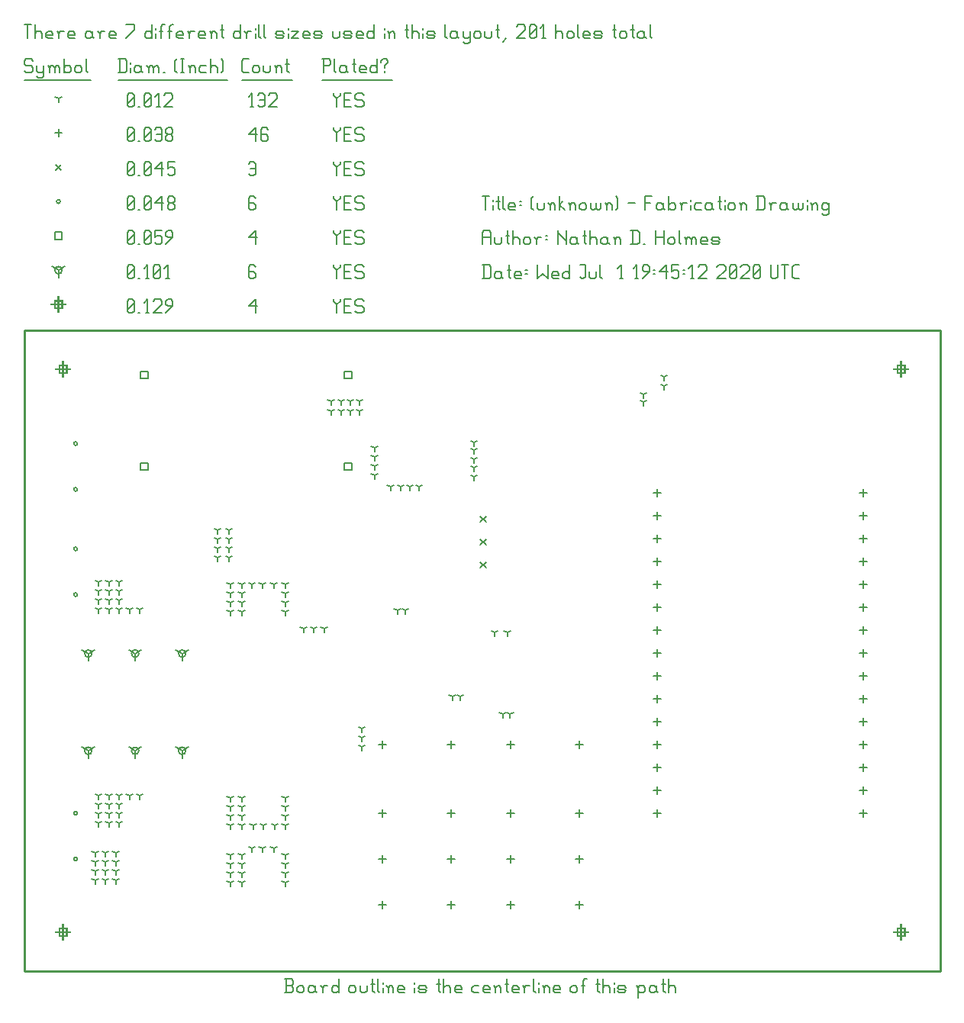
<source format=gbr>
G04 start of page 12 for group -3984 idx -3984 *
G04 Title: (unknown), fab *
G04 Creator: pcb 4.0.2 *
G04 CreationDate: Wed Jul  1 19:45:12 2020 UTC *
G04 For: ndholmes *
G04 Format: Gerber/RS-274X *
G04 PCB-Dimensions (mil): 4000.00 2800.00 *
G04 PCB-Coordinate-Origin: lower left *
%MOIN*%
%FSLAX25Y25*%
%LNFAB*%
%ADD80C,0.0100*%
%ADD79C,0.0060*%
%ADD78R,0.0080X0.0080*%
G54D78*X17000Y266200D02*Y259800D01*
X13800Y263000D02*X20200D01*
X15400Y264600D02*X18600D01*
X15400D02*Y261400D01*
X18600D01*
Y264600D02*Y261400D01*
X17000Y20200D02*Y13800D01*
X13800Y17000D02*X20200D01*
X15400Y18600D02*X18600D01*
X15400D02*Y15400D01*
X18600D01*
Y18600D02*Y15400D01*
X383000Y266200D02*Y259800D01*
X379800Y263000D02*X386200D01*
X381400Y264600D02*X384600D01*
X381400D02*Y261400D01*
X384600D01*
Y264600D02*Y261400D01*
X383000Y20200D02*Y13800D01*
X379800Y17000D02*X386200D01*
X381400Y18600D02*X384600D01*
X381400D02*Y15400D01*
X384600D01*
Y18600D02*Y15400D01*
X15000Y294450D02*Y288050D01*
X11800Y291250D02*X18200D01*
X13400Y292850D02*X16600D01*
X13400D02*Y289650D01*
X16600D01*
Y292850D02*Y289650D01*
G54D79*X135000Y293500D02*Y292750D01*
X136500Y291250D01*
X138000Y292750D01*
Y293500D02*Y292750D01*
X136500Y291250D02*Y287500D01*
X139800Y290500D02*X142050D01*
X139800Y287500D02*X142800D01*
X139800Y293500D02*Y287500D01*
Y293500D02*X142800D01*
X147600D02*X148350Y292750D01*
X145350Y293500D02*X147600D01*
X144600Y292750D02*X145350Y293500D01*
X144600Y292750D02*Y291250D01*
X145350Y290500D01*
X147600D01*
X148350Y289750D01*
Y288250D01*
X147600Y287500D02*X148350Y288250D01*
X145350Y287500D02*X147600D01*
X144600Y288250D02*X145350Y287500D01*
X98000Y290500D02*X101000Y293500D01*
X98000Y290500D02*X101750D01*
X101000Y293500D02*Y287500D01*
X45000Y288250D02*X45750Y287500D01*
X45000Y292750D02*Y288250D01*
Y292750D02*X45750Y293500D01*
X47250D01*
X48000Y292750D01*
Y288250D01*
X47250Y287500D02*X48000Y288250D01*
X45750Y287500D02*X47250D01*
X45000Y289000D02*X48000Y292000D01*
X49800Y287500D02*X50550D01*
X53100D02*X54600D01*
X53850Y293500D02*Y287500D01*
X52350Y292000D02*X53850Y293500D01*
X56400Y292750D02*X57150Y293500D01*
X59400D01*
X60150Y292750D01*
Y291250D01*
X56400Y287500D02*X60150Y291250D01*
X56400Y287500D02*X60150D01*
X61950D02*X64950Y290500D01*
Y292750D02*Y290500D01*
X64200Y293500D02*X64950Y292750D01*
X62700Y293500D02*X64200D01*
X61950Y292750D02*X62700Y293500D01*
X61950Y292750D02*Y291250D01*
X62700Y290500D01*
X64950D01*
X28000Y138750D02*Y135550D01*
Y138750D02*X30773Y140350D01*
X28000Y138750D02*X25227Y140350D01*
X26400Y138750D02*G75*G03X29600Y138750I1600J0D01*G01*
G75*G03X26400Y138750I-1600J0D01*G01*
X48500D02*Y135550D01*
Y138750D02*X51273Y140350D01*
X48500Y138750D02*X45727Y140350D01*
X46900Y138750D02*G75*G03X50100Y138750I1600J0D01*G01*
G75*G03X46900Y138750I-1600J0D01*G01*
X69000D02*Y135550D01*
Y138750D02*X71773Y140350D01*
X69000Y138750D02*X66227Y140350D01*
X67400Y138750D02*G75*G03X70600Y138750I1600J0D01*G01*
G75*G03X67400Y138750I-1600J0D01*G01*
X28000Y96250D02*Y93050D01*
Y96250D02*X30773Y97850D01*
X28000Y96250D02*X25227Y97850D01*
X26400Y96250D02*G75*G03X29600Y96250I1600J0D01*G01*
G75*G03X26400Y96250I-1600J0D01*G01*
X48500D02*Y93050D01*
Y96250D02*X51273Y97850D01*
X48500Y96250D02*X45727Y97850D01*
X46900Y96250D02*G75*G03X50100Y96250I1600J0D01*G01*
G75*G03X46900Y96250I-1600J0D01*G01*
X69000D02*Y93050D01*
Y96250D02*X71773Y97850D01*
X69000Y96250D02*X66227Y97850D01*
X67400Y96250D02*G75*G03X70600Y96250I1600J0D01*G01*
G75*G03X67400Y96250I-1600J0D01*G01*
X15000Y306250D02*Y303050D01*
Y306250D02*X17773Y307850D01*
X15000Y306250D02*X12227Y307850D01*
X13400Y306250D02*G75*G03X16600Y306250I1600J0D01*G01*
G75*G03X13400Y306250I-1600J0D01*G01*
X135000Y308500D02*Y307750D01*
X136500Y306250D01*
X138000Y307750D01*
Y308500D02*Y307750D01*
X136500Y306250D02*Y302500D01*
X139800Y305500D02*X142050D01*
X139800Y302500D02*X142800D01*
X139800Y308500D02*Y302500D01*
Y308500D02*X142800D01*
X147600D02*X148350Y307750D01*
X145350Y308500D02*X147600D01*
X144600Y307750D02*X145350Y308500D01*
X144600Y307750D02*Y306250D01*
X145350Y305500D01*
X147600D01*
X148350Y304750D01*
Y303250D01*
X147600Y302500D02*X148350Y303250D01*
X145350Y302500D02*X147600D01*
X144600Y303250D02*X145350Y302500D01*
X100250Y308500D02*X101000Y307750D01*
X98750Y308500D02*X100250D01*
X98000Y307750D02*X98750Y308500D01*
X98000Y307750D02*Y303250D01*
X98750Y302500D01*
X100250Y305500D02*X101000Y304750D01*
X98000Y305500D02*X100250D01*
X98750Y302500D02*X100250D01*
X101000Y303250D01*
Y304750D02*Y303250D01*
X45000D02*X45750Y302500D01*
X45000Y307750D02*Y303250D01*
Y307750D02*X45750Y308500D01*
X47250D01*
X48000Y307750D01*
Y303250D01*
X47250Y302500D02*X48000Y303250D01*
X45750Y302500D02*X47250D01*
X45000Y304000D02*X48000Y307000D01*
X49800Y302500D02*X50550D01*
X53100D02*X54600D01*
X53850Y308500D02*Y302500D01*
X52350Y307000D02*X53850Y308500D01*
X56400Y303250D02*X57150Y302500D01*
X56400Y307750D02*Y303250D01*
Y307750D02*X57150Y308500D01*
X58650D01*
X59400Y307750D01*
Y303250D01*
X58650Y302500D02*X59400Y303250D01*
X57150Y302500D02*X58650D01*
X56400Y304000D02*X59400Y307000D01*
X61950Y302500D02*X63450D01*
X62700Y308500D02*Y302500D01*
X61200Y307000D02*X62700Y308500D01*
X50912Y262100D02*X54112D01*
X50912D02*Y258900D01*
X54112D01*
Y262100D02*Y258900D01*
X139888Y262100D02*X143088D01*
X139888D02*Y258900D01*
X143088D01*
Y262100D02*Y258900D01*
X50912Y222100D02*X54112D01*
X50912D02*Y218900D01*
X54112D01*
Y222100D02*Y218900D01*
X139888Y222100D02*X143088D01*
X139888D02*Y218900D01*
X143088D01*
Y222100D02*Y218900D01*
X13400Y322850D02*X16600D01*
X13400D02*Y319650D01*
X16600D01*
Y322850D02*Y319650D01*
X135000Y323500D02*Y322750D01*
X136500Y321250D01*
X138000Y322750D01*
Y323500D02*Y322750D01*
X136500Y321250D02*Y317500D01*
X139800Y320500D02*X142050D01*
X139800Y317500D02*X142800D01*
X139800Y323500D02*Y317500D01*
Y323500D02*X142800D01*
X147600D02*X148350Y322750D01*
X145350Y323500D02*X147600D01*
X144600Y322750D02*X145350Y323500D01*
X144600Y322750D02*Y321250D01*
X145350Y320500D01*
X147600D01*
X148350Y319750D01*
Y318250D01*
X147600Y317500D02*X148350Y318250D01*
X145350Y317500D02*X147600D01*
X144600Y318250D02*X145350Y317500D01*
X98000Y320500D02*X101000Y323500D01*
X98000Y320500D02*X101750D01*
X101000Y323500D02*Y317500D01*
X45000Y318250D02*X45750Y317500D01*
X45000Y322750D02*Y318250D01*
Y322750D02*X45750Y323500D01*
X47250D01*
X48000Y322750D01*
Y318250D01*
X47250Y317500D02*X48000Y318250D01*
X45750Y317500D02*X47250D01*
X45000Y319000D02*X48000Y322000D01*
X49800Y317500D02*X50550D01*
X52350Y318250D02*X53100Y317500D01*
X52350Y322750D02*Y318250D01*
Y322750D02*X53100Y323500D01*
X54600D01*
X55350Y322750D01*
Y318250D01*
X54600Y317500D02*X55350Y318250D01*
X53100Y317500D02*X54600D01*
X52350Y319000D02*X55350Y322000D01*
X57150Y323500D02*X60150D01*
X57150D02*Y320500D01*
X57900Y321250D01*
X59400D01*
X60150Y320500D01*
Y318250D01*
X59400Y317500D02*X60150Y318250D01*
X57900Y317500D02*X59400D01*
X57150Y318250D02*X57900Y317500D01*
X61950D02*X64950Y320500D01*
Y322750D02*Y320500D01*
X64200Y323500D02*X64950Y322750D01*
X62700Y323500D02*X64200D01*
X61950Y322750D02*X62700Y323500D01*
X61950Y322750D02*Y321250D01*
X62700Y320500D01*
X64950D01*
X21700Y69000D02*G75*G03X23300Y69000I800J0D01*G01*
G75*G03X21700Y69000I-800J0D01*G01*
Y49000D02*G75*G03X23300Y49000I800J0D01*G01*
G75*G03X21700Y49000I-800J0D01*G01*
Y184500D02*G75*G03X23300Y184500I800J0D01*G01*
G75*G03X21700Y184500I-800J0D01*G01*
Y164500D02*G75*G03X23300Y164500I800J0D01*G01*
G75*G03X21700Y164500I-800J0D01*G01*
Y230500D02*G75*G03X23300Y230500I800J0D01*G01*
G75*G03X21700Y230500I-800J0D01*G01*
Y210500D02*G75*G03X23300Y210500I800J0D01*G01*
G75*G03X21700Y210500I-800J0D01*G01*
X14200Y336250D02*G75*G03X15800Y336250I800J0D01*G01*
G75*G03X14200Y336250I-800J0D01*G01*
X135000Y338500D02*Y337750D01*
X136500Y336250D01*
X138000Y337750D01*
Y338500D02*Y337750D01*
X136500Y336250D02*Y332500D01*
X139800Y335500D02*X142050D01*
X139800Y332500D02*X142800D01*
X139800Y338500D02*Y332500D01*
Y338500D02*X142800D01*
X147600D02*X148350Y337750D01*
X145350Y338500D02*X147600D01*
X144600Y337750D02*X145350Y338500D01*
X144600Y337750D02*Y336250D01*
X145350Y335500D01*
X147600D01*
X148350Y334750D01*
Y333250D01*
X147600Y332500D02*X148350Y333250D01*
X145350Y332500D02*X147600D01*
X144600Y333250D02*X145350Y332500D01*
X100250Y338500D02*X101000Y337750D01*
X98750Y338500D02*X100250D01*
X98000Y337750D02*X98750Y338500D01*
X98000Y337750D02*Y333250D01*
X98750Y332500D01*
X100250Y335500D02*X101000Y334750D01*
X98000Y335500D02*X100250D01*
X98750Y332500D02*X100250D01*
X101000Y333250D01*
Y334750D02*Y333250D01*
X45000D02*X45750Y332500D01*
X45000Y337750D02*Y333250D01*
Y337750D02*X45750Y338500D01*
X47250D01*
X48000Y337750D01*
Y333250D01*
X47250Y332500D02*X48000Y333250D01*
X45750Y332500D02*X47250D01*
X45000Y334000D02*X48000Y337000D01*
X49800Y332500D02*X50550D01*
X52350Y333250D02*X53100Y332500D01*
X52350Y337750D02*Y333250D01*
Y337750D02*X53100Y338500D01*
X54600D01*
X55350Y337750D01*
Y333250D01*
X54600Y332500D02*X55350Y333250D01*
X53100Y332500D02*X54600D01*
X52350Y334000D02*X55350Y337000D01*
X57150Y335500D02*X60150Y338500D01*
X57150Y335500D02*X60900D01*
X60150Y338500D02*Y332500D01*
X62700Y333250D02*X63450Y332500D01*
X62700Y334750D02*Y333250D01*
Y334750D02*X63450Y335500D01*
X64950D01*
X65700Y334750D01*
Y333250D01*
X64950Y332500D02*X65700Y333250D01*
X63450Y332500D02*X64950D01*
X62700Y336250D02*X63450Y335500D01*
X62700Y337750D02*Y336250D01*
Y337750D02*X63450Y338500D01*
X64950D01*
X65700Y337750D01*
Y336250D01*
X64950Y335500D02*X65700Y336250D01*
X199300Y178700D02*X201700Y176300D01*
X199300D02*X201700Y178700D01*
X199300Y188700D02*X201700Y186300D01*
X199300D02*X201700Y188700D01*
X199300Y198700D02*X201700Y196300D01*
X199300D02*X201700Y198700D01*
X13800Y352450D02*X16200Y350050D01*
X13800D02*X16200Y352450D01*
X135000Y353500D02*Y352750D01*
X136500Y351250D01*
X138000Y352750D01*
Y353500D02*Y352750D01*
X136500Y351250D02*Y347500D01*
X139800Y350500D02*X142050D01*
X139800Y347500D02*X142800D01*
X139800Y353500D02*Y347500D01*
Y353500D02*X142800D01*
X147600D02*X148350Y352750D01*
X145350Y353500D02*X147600D01*
X144600Y352750D02*X145350Y353500D01*
X144600Y352750D02*Y351250D01*
X145350Y350500D01*
X147600D01*
X148350Y349750D01*
Y348250D01*
X147600Y347500D02*X148350Y348250D01*
X145350Y347500D02*X147600D01*
X144600Y348250D02*X145350Y347500D01*
X98000Y352750D02*X98750Y353500D01*
X100250D01*
X101000Y352750D01*
Y348250D01*
X100250Y347500D02*X101000Y348250D01*
X98750Y347500D02*X100250D01*
X98000Y348250D02*X98750Y347500D01*
Y350500D02*X101000D01*
X45000Y348250D02*X45750Y347500D01*
X45000Y352750D02*Y348250D01*
Y352750D02*X45750Y353500D01*
X47250D01*
X48000Y352750D01*
Y348250D01*
X47250Y347500D02*X48000Y348250D01*
X45750Y347500D02*X47250D01*
X45000Y349000D02*X48000Y352000D01*
X49800Y347500D02*X50550D01*
X52350Y348250D02*X53100Y347500D01*
X52350Y352750D02*Y348250D01*
Y352750D02*X53100Y353500D01*
X54600D01*
X55350Y352750D01*
Y348250D01*
X54600Y347500D02*X55350Y348250D01*
X53100Y347500D02*X54600D01*
X52350Y349000D02*X55350Y352000D01*
X57150Y350500D02*X60150Y353500D01*
X57150Y350500D02*X60900D01*
X60150Y353500D02*Y347500D01*
X62700Y353500D02*X65700D01*
X62700D02*Y350500D01*
X63450Y351250D01*
X64950D01*
X65700Y350500D01*
Y348250D01*
X64950Y347500D02*X65700Y348250D01*
X63450Y347500D02*X64950D01*
X62700Y348250D02*X63450Y347500D01*
X276500Y210600D02*Y207400D01*
X274900Y209000D02*X278100D01*
X276500Y200600D02*Y197400D01*
X274900Y199000D02*X278100D01*
X276500Y190600D02*Y187400D01*
X274900Y189000D02*X278100D01*
X276500Y180600D02*Y177400D01*
X274900Y179000D02*X278100D01*
X276500Y170600D02*Y167400D01*
X274900Y169000D02*X278100D01*
X276500Y160600D02*Y157400D01*
X274900Y159000D02*X278100D01*
X276500Y150600D02*Y147400D01*
X274900Y149000D02*X278100D01*
X276500Y140600D02*Y137400D01*
X274900Y139000D02*X278100D01*
X276500Y130600D02*Y127400D01*
X274900Y129000D02*X278100D01*
X276500Y120600D02*Y117400D01*
X274900Y119000D02*X278100D01*
X276500Y110600D02*Y107400D01*
X274900Y109000D02*X278100D01*
X276500Y100600D02*Y97400D01*
X274900Y99000D02*X278100D01*
X276500Y90600D02*Y87400D01*
X274900Y89000D02*X278100D01*
X276500Y80600D02*Y77400D01*
X274900Y79000D02*X278100D01*
X276500Y70600D02*Y67400D01*
X274900Y69000D02*X278100D01*
X366500Y210600D02*Y207400D01*
X364900Y209000D02*X368100D01*
X366500Y200600D02*Y197400D01*
X364900Y199000D02*X368100D01*
X366500Y190600D02*Y187400D01*
X364900Y189000D02*X368100D01*
X366500Y180600D02*Y177400D01*
X364900Y179000D02*X368100D01*
X366500Y170600D02*Y167400D01*
X364900Y169000D02*X368100D01*
X366500Y160600D02*Y157400D01*
X364900Y159000D02*X368100D01*
X366500Y150600D02*Y147400D01*
X364900Y149000D02*X368100D01*
X366500Y140600D02*Y137400D01*
X364900Y139000D02*X368100D01*
X366500Y130600D02*Y127400D01*
X364900Y129000D02*X368100D01*
X366500Y120600D02*Y117400D01*
X364900Y119000D02*X368100D01*
X366500Y110600D02*Y107400D01*
X364900Y109000D02*X368100D01*
X366500Y100600D02*Y97400D01*
X364900Y99000D02*X368100D01*
X366500Y90600D02*Y87400D01*
X364900Y89000D02*X368100D01*
X366500Y80600D02*Y77400D01*
X364900Y79000D02*X368100D01*
X366500Y70600D02*Y67400D01*
X364900Y69000D02*X368100D01*
X156500Y100600D02*Y97400D01*
X154900Y99000D02*X158100D01*
X156500Y70600D02*Y67400D01*
X154900Y69000D02*X158100D01*
X156500Y50600D02*Y47400D01*
X154900Y49000D02*X158100D01*
X156500Y30600D02*Y27400D01*
X154900Y29000D02*X158100D01*
X186500Y30600D02*Y27400D01*
X184900Y29000D02*X188100D01*
X186500Y50600D02*Y47400D01*
X184900Y49000D02*X188100D01*
X186500Y70600D02*Y67400D01*
X184900Y69000D02*X188100D01*
X186500Y100600D02*Y97400D01*
X184900Y99000D02*X188100D01*
X212500Y100600D02*Y97400D01*
X210900Y99000D02*X214100D01*
X212500Y70600D02*Y67400D01*
X210900Y69000D02*X214100D01*
X212500Y50600D02*Y47400D01*
X210900Y49000D02*X214100D01*
X212500Y30600D02*Y27400D01*
X210900Y29000D02*X214100D01*
X242500Y30600D02*Y27400D01*
X240900Y29000D02*X244100D01*
X242500Y50600D02*Y47400D01*
X240900Y49000D02*X244100D01*
X242500Y70600D02*Y67400D01*
X240900Y69000D02*X244100D01*
X242500Y100600D02*Y97400D01*
X240900Y99000D02*X244100D01*
X15000Y367850D02*Y364650D01*
X13400Y366250D02*X16600D01*
X135000Y368500D02*Y367750D01*
X136500Y366250D01*
X138000Y367750D01*
Y368500D02*Y367750D01*
X136500Y366250D02*Y362500D01*
X139800Y365500D02*X142050D01*
X139800Y362500D02*X142800D01*
X139800Y368500D02*Y362500D01*
Y368500D02*X142800D01*
X147600D02*X148350Y367750D01*
X145350Y368500D02*X147600D01*
X144600Y367750D02*X145350Y368500D01*
X144600Y367750D02*Y366250D01*
X145350Y365500D01*
X147600D01*
X148350Y364750D01*
Y363250D01*
X147600Y362500D02*X148350Y363250D01*
X145350Y362500D02*X147600D01*
X144600Y363250D02*X145350Y362500D01*
X98000Y365500D02*X101000Y368500D01*
X98000Y365500D02*X101750D01*
X101000Y368500D02*Y362500D01*
X105800Y368500D02*X106550Y367750D01*
X104300Y368500D02*X105800D01*
X103550Y367750D02*X104300Y368500D01*
X103550Y367750D02*Y363250D01*
X104300Y362500D01*
X105800Y365500D02*X106550Y364750D01*
X103550Y365500D02*X105800D01*
X104300Y362500D02*X105800D01*
X106550Y363250D01*
Y364750D02*Y363250D01*
X45000D02*X45750Y362500D01*
X45000Y367750D02*Y363250D01*
Y367750D02*X45750Y368500D01*
X47250D01*
X48000Y367750D01*
Y363250D01*
X47250Y362500D02*X48000Y363250D01*
X45750Y362500D02*X47250D01*
X45000Y364000D02*X48000Y367000D01*
X49800Y362500D02*X50550D01*
X52350Y363250D02*X53100Y362500D01*
X52350Y367750D02*Y363250D01*
Y367750D02*X53100Y368500D01*
X54600D01*
X55350Y367750D01*
Y363250D01*
X54600Y362500D02*X55350Y363250D01*
X53100Y362500D02*X54600D01*
X52350Y364000D02*X55350Y367000D01*
X57150Y367750D02*X57900Y368500D01*
X59400D01*
X60150Y367750D01*
Y363250D01*
X59400Y362500D02*X60150Y363250D01*
X57900Y362500D02*X59400D01*
X57150Y363250D02*X57900Y362500D01*
Y365500D02*X60150D01*
X61950Y363250D02*X62700Y362500D01*
X61950Y364750D02*Y363250D01*
Y364750D02*X62700Y365500D01*
X64200D01*
X64950Y364750D01*
Y363250D01*
X64200Y362500D02*X64950Y363250D01*
X62700Y362500D02*X64200D01*
X61950Y366250D02*X62700Y365500D01*
X61950Y367750D02*Y366250D01*
Y367750D02*X62700Y368500D01*
X64200D01*
X64950Y367750D01*
Y366250D01*
X64200Y365500D02*X64950Y366250D01*
X50500Y76500D02*Y74900D01*
Y76500D02*X51887Y77300D01*
X50500Y76500D02*X49113Y77300D01*
X46000Y76500D02*Y74900D01*
Y76500D02*X47387Y77300D01*
X46000Y76500D02*X44613Y77300D01*
X41500Y76500D02*Y74900D01*
Y76500D02*X42887Y77300D01*
X41500Y76500D02*X40113Y77300D01*
X41500Y72500D02*Y70900D01*
Y72500D02*X42887Y73300D01*
X41500Y72500D02*X40113Y73300D01*
X37000Y72500D02*Y70900D01*
Y72500D02*X38387Y73300D01*
X37000Y72500D02*X35613Y73300D01*
X32500Y72500D02*Y70900D01*
Y72500D02*X33887Y73300D01*
X32500Y72500D02*X31113Y73300D01*
X37000Y76500D02*Y74900D01*
Y76500D02*X38387Y77300D01*
X37000Y76500D02*X35613Y77300D01*
X32500Y76500D02*Y74900D01*
Y76500D02*X33887Y77300D01*
X32500Y76500D02*X31113Y77300D01*
X41500Y68500D02*Y66900D01*
Y68500D02*X42887Y69300D01*
X41500Y68500D02*X40113Y69300D01*
X41500Y64500D02*Y62900D01*
Y64500D02*X42887Y65300D01*
X41500Y64500D02*X40113Y65300D01*
X37000Y64500D02*Y62900D01*
Y64500D02*X38387Y65300D01*
X37000Y64500D02*X35613Y65300D01*
X32500Y64500D02*Y62900D01*
Y64500D02*X33887Y65300D01*
X32500Y64500D02*X31113Y65300D01*
X37000Y68500D02*Y66900D01*
Y68500D02*X38387Y69300D01*
X37000Y68500D02*X35613Y69300D01*
X32500Y68500D02*Y66900D01*
Y68500D02*X33887Y69300D01*
X32500Y68500D02*X31113Y69300D01*
X114000Y63500D02*Y61900D01*
Y63500D02*X115387Y64300D01*
X114000Y63500D02*X112613Y64300D01*
X109500Y63500D02*Y61900D01*
Y63500D02*X110887Y64300D01*
X109500Y63500D02*X108113Y64300D01*
X104500Y63500D02*Y61900D01*
Y63500D02*X105887Y64300D01*
X104500Y63500D02*X103113Y64300D01*
X114000Y75500D02*Y73900D01*
Y75500D02*X115387Y76300D01*
X114000Y75500D02*X112613Y76300D01*
X114000Y71500D02*Y69900D01*
Y71500D02*X115387Y72300D01*
X114000Y71500D02*X112613Y72300D01*
X114000Y67500D02*Y65900D01*
Y67500D02*X115387Y68300D01*
X114000Y67500D02*X112613Y68300D01*
X95000Y75500D02*Y73900D01*
Y75500D02*X96387Y76300D01*
X95000Y75500D02*X93613Y76300D01*
X95000Y71500D02*Y69900D01*
Y71500D02*X96387Y72300D01*
X95000Y71500D02*X93613Y72300D01*
X95000Y67500D02*Y65900D01*
Y67500D02*X96387Y68300D01*
X95000Y67500D02*X93613Y68300D01*
X100000Y63500D02*Y61900D01*
Y63500D02*X101387Y64300D01*
X100000Y63500D02*X98613Y64300D01*
X95000Y63500D02*Y61900D01*
Y63500D02*X96387Y64300D01*
X95000Y63500D02*X93613Y64300D01*
X90000Y75500D02*Y73900D01*
Y75500D02*X91387Y76300D01*
X90000Y75500D02*X88613Y76300D01*
X90000Y71500D02*Y69900D01*
Y71500D02*X91387Y72300D01*
X90000Y71500D02*X88613Y72300D01*
X90000Y67500D02*Y65900D01*
Y67500D02*X91387Y68300D01*
X90000Y67500D02*X88613Y68300D01*
X90000Y63500D02*Y61900D01*
Y63500D02*X91387Y64300D01*
X90000Y63500D02*X88613Y64300D01*
X41500Y170000D02*Y168400D01*
Y170000D02*X42887Y170800D01*
X41500Y170000D02*X40113Y170800D01*
X41500Y166000D02*Y164400D01*
Y166000D02*X42887Y166800D01*
X41500Y166000D02*X40113Y166800D01*
X37000Y166000D02*Y164400D01*
Y166000D02*X38387Y166800D01*
X37000Y166000D02*X35613Y166800D01*
X32500Y166000D02*Y164400D01*
Y166000D02*X33887Y166800D01*
X32500Y166000D02*X31113Y166800D01*
X37000Y170000D02*Y168400D01*
Y170000D02*X38387Y170800D01*
X37000Y170000D02*X35613Y170800D01*
X32500Y170000D02*Y168400D01*
Y170000D02*X33887Y170800D01*
X32500Y170000D02*X31113Y170800D01*
X41500Y162000D02*Y160400D01*
Y162000D02*X42887Y162800D01*
X41500Y162000D02*X40113Y162800D01*
X41500Y158000D02*Y156400D01*
Y158000D02*X42887Y158800D01*
X41500Y158000D02*X40113Y158800D01*
X37000Y158000D02*Y156400D01*
Y158000D02*X38387Y158800D01*
X37000Y158000D02*X35613Y158800D01*
X32500Y158000D02*Y156400D01*
Y158000D02*X33887Y158800D01*
X32500Y158000D02*X31113Y158800D01*
X37000Y162000D02*Y160400D01*
Y162000D02*X38387Y162800D01*
X37000Y162000D02*X35613Y162800D01*
X32500Y162000D02*Y160400D01*
Y162000D02*X33887Y162800D01*
X32500Y162000D02*X31113Y162800D01*
X114000Y157000D02*Y155400D01*
Y157000D02*X115387Y157800D01*
X114000Y157000D02*X112613Y157800D01*
X114000Y169000D02*Y167400D01*
Y169000D02*X115387Y169800D01*
X114000Y169000D02*X112613Y169800D01*
X114000Y165000D02*Y163400D01*
Y165000D02*X115387Y165800D01*
X114000Y165000D02*X112613Y165800D01*
X114000Y161000D02*Y159400D01*
Y161000D02*X115387Y161800D01*
X114000Y161000D02*X112613Y161800D01*
X95000Y169000D02*Y167400D01*
Y169000D02*X96387Y169800D01*
X95000Y169000D02*X93613Y169800D01*
X95000Y165000D02*Y163400D01*
Y165000D02*X96387Y165800D01*
X95000Y165000D02*X93613Y165800D01*
X95000Y161000D02*Y159400D01*
Y161000D02*X96387Y161800D01*
X95000Y161000D02*X93613Y161800D01*
X95000Y157000D02*Y155400D01*
Y157000D02*X96387Y157800D01*
X95000Y157000D02*X93613Y157800D01*
X90000Y169000D02*Y167400D01*
Y169000D02*X91387Y169800D01*
X90000Y169000D02*X88613Y169800D01*
X90000Y165000D02*Y163400D01*
Y165000D02*X91387Y165800D01*
X90000Y165000D02*X88613Y165800D01*
X90000Y161000D02*Y159400D01*
Y161000D02*X91387Y161800D01*
X90000Y161000D02*X88613Y161800D01*
X90000Y157000D02*Y155400D01*
Y157000D02*X91387Y157800D01*
X90000Y157000D02*X88613Y157800D01*
X109000Y169000D02*Y167400D01*
Y169000D02*X110387Y169800D01*
X109000Y169000D02*X107613Y169800D01*
X104000Y169000D02*Y167400D01*
Y169000D02*X105387Y169800D01*
X104000Y169000D02*X102613Y169800D01*
X99500Y169000D02*Y167400D01*
Y169000D02*X100887Y169800D01*
X99500Y169000D02*X98113Y169800D01*
X89500Y192500D02*Y190900D01*
Y192500D02*X90887Y193300D01*
X89500Y192500D02*X88113Y193300D01*
X89500Y188500D02*Y186900D01*
Y188500D02*X90887Y189300D01*
X89500Y188500D02*X88113Y189300D01*
X89500Y184500D02*Y182900D01*
Y184500D02*X90887Y185300D01*
X89500Y184500D02*X88113Y185300D01*
X89500Y180500D02*Y178900D01*
Y180500D02*X90887Y181300D01*
X89500Y180500D02*X88113Y181300D01*
X84500Y192500D02*Y190900D01*
Y192500D02*X85887Y193300D01*
X84500Y192500D02*X83113Y193300D01*
X84500Y188500D02*Y186900D01*
Y188500D02*X85887Y189300D01*
X84500Y188500D02*X83113Y189300D01*
X84500Y184500D02*Y182900D01*
Y184500D02*X85887Y185300D01*
X84500Y184500D02*X83113Y185300D01*
X84500Y180500D02*Y178900D01*
Y180500D02*X85887Y181300D01*
X84500Y180500D02*X83113Y181300D01*
X122000Y149500D02*Y147900D01*
Y149500D02*X123387Y150300D01*
X122000Y149500D02*X120613Y150300D01*
X126500Y149500D02*Y147900D01*
Y149500D02*X127887Y150300D01*
X126500Y149500D02*X125113Y150300D01*
X131000Y149500D02*Y147900D01*
Y149500D02*X132387Y150300D01*
X131000Y149500D02*X129613Y150300D01*
X40000Y51500D02*Y49900D01*
Y51500D02*X41387Y52300D01*
X40000Y51500D02*X38613Y52300D01*
X40000Y47500D02*Y45900D01*
Y47500D02*X41387Y48300D01*
X40000Y47500D02*X38613Y48300D01*
X35500Y47500D02*Y45900D01*
Y47500D02*X36887Y48300D01*
X35500Y47500D02*X34113Y48300D01*
X31000Y47500D02*Y45900D01*
Y47500D02*X32387Y48300D01*
X31000Y47500D02*X29613Y48300D01*
X35500Y51500D02*Y49900D01*
Y51500D02*X36887Y52300D01*
X35500Y51500D02*X34113Y52300D01*
X31000Y51500D02*Y49900D01*
Y51500D02*X32387Y52300D01*
X31000Y51500D02*X29613Y52300D01*
X40000Y43500D02*Y41900D01*
Y43500D02*X41387Y44300D01*
X40000Y43500D02*X38613Y44300D01*
X40000Y39500D02*Y37900D01*
Y39500D02*X41387Y40300D01*
X40000Y39500D02*X38613Y40300D01*
X35500Y39500D02*Y37900D01*
Y39500D02*X36887Y40300D01*
X35500Y39500D02*X34113Y40300D01*
X31000Y39500D02*Y37900D01*
Y39500D02*X32387Y40300D01*
X31000Y39500D02*X29613Y40300D01*
X35500Y43500D02*Y41900D01*
Y43500D02*X36887Y44300D01*
X35500Y43500D02*X34113Y44300D01*
X31000Y43500D02*Y41900D01*
Y43500D02*X32387Y44300D01*
X31000Y43500D02*X29613Y44300D01*
X95000Y50500D02*Y48900D01*
Y50500D02*X96387Y51300D01*
X95000Y50500D02*X93613Y51300D01*
X95000Y46500D02*Y44900D01*
Y46500D02*X96387Y47300D01*
X95000Y46500D02*X93613Y47300D01*
X95000Y42500D02*Y40900D01*
Y42500D02*X96387Y43300D01*
X95000Y42500D02*X93613Y43300D01*
X95000Y38500D02*Y36900D01*
Y38500D02*X96387Y39300D01*
X95000Y38500D02*X93613Y39300D01*
X90000Y50500D02*Y48900D01*
Y50500D02*X91387Y51300D01*
X90000Y50500D02*X88613Y51300D01*
X90000Y46500D02*Y44900D01*
Y46500D02*X91387Y47300D01*
X90000Y46500D02*X88613Y47300D01*
X90000Y42500D02*Y40900D01*
Y42500D02*X91387Y43300D01*
X90000Y42500D02*X88613Y43300D01*
X90000Y38500D02*Y36900D01*
Y38500D02*X91387Y39300D01*
X90000Y38500D02*X88613Y39300D01*
X114000Y38500D02*Y36900D01*
Y38500D02*X115387Y39300D01*
X114000Y38500D02*X112613Y39300D01*
X114000Y50500D02*Y48900D01*
Y50500D02*X115387Y51300D01*
X114000Y50500D02*X112613Y51300D01*
X114000Y46500D02*Y44900D01*
Y46500D02*X115387Y47300D01*
X114000Y46500D02*X112613Y47300D01*
X114000Y42500D02*Y40900D01*
Y42500D02*X115387Y43300D01*
X114000Y42500D02*X112613Y43300D01*
X109000Y53500D02*Y51900D01*
Y53500D02*X110387Y54300D01*
X109000Y53500D02*X107613Y54300D01*
X104000Y53500D02*Y51900D01*
Y53500D02*X105387Y54300D01*
X104000Y53500D02*X102613Y54300D01*
X99500Y53500D02*Y51900D01*
Y53500D02*X100887Y54300D01*
X99500Y53500D02*X98113Y54300D01*
X153000Y228500D02*Y226900D01*
Y228500D02*X154387Y229300D01*
X153000Y228500D02*X151613Y229300D01*
X153000Y224500D02*Y222900D01*
Y224500D02*X154387Y225300D01*
X153000Y224500D02*X151613Y225300D01*
X153000Y220500D02*Y218900D01*
Y220500D02*X154387Y221300D01*
X153000Y220500D02*X151613Y221300D01*
X153000Y216500D02*Y214900D01*
Y216500D02*X154387Y217300D01*
X153000Y216500D02*X151613Y217300D01*
X160000Y211500D02*Y209900D01*
Y211500D02*X161387Y212300D01*
X160000Y211500D02*X158613Y212300D01*
X164500Y211500D02*Y209900D01*
Y211500D02*X165887Y212300D01*
X164500Y211500D02*X163113Y212300D01*
X168500Y211500D02*Y209900D01*
Y211500D02*X169887Y212300D01*
X168500Y211500D02*X167113Y212300D01*
X172500Y211500D02*Y209900D01*
Y211500D02*X173887Y212300D01*
X172500Y211500D02*X171113Y212300D01*
X134000Y249000D02*Y247400D01*
Y249000D02*X135387Y249800D01*
X134000Y249000D02*X132613Y249800D01*
X138500Y249000D02*Y247400D01*
Y249000D02*X139887Y249800D01*
X138500Y249000D02*X137113Y249800D01*
X142500Y249000D02*Y247400D01*
Y249000D02*X143887Y249800D01*
X142500Y249000D02*X141113Y249800D01*
X146500Y249000D02*Y247400D01*
Y249000D02*X147887Y249800D01*
X146500Y249000D02*X145113Y249800D01*
X134000Y244500D02*Y242900D01*
Y244500D02*X135387Y245300D01*
X134000Y244500D02*X132613Y245300D01*
X138500Y244500D02*Y242900D01*
Y244500D02*X139887Y245300D01*
X138500Y244500D02*X137113Y245300D01*
X142500Y244500D02*Y242900D01*
Y244500D02*X143887Y245300D01*
X142500Y244500D02*X141113Y245300D01*
X146500Y244500D02*Y242900D01*
Y244500D02*X147887Y245300D01*
X146500Y244500D02*X145113Y245300D01*
X147500Y106000D02*Y104400D01*
Y106000D02*X148887Y106800D01*
X147500Y106000D02*X146113Y106800D01*
X147500Y102000D02*Y100400D01*
Y102000D02*X148887Y102800D01*
X147500Y102000D02*X146113Y102800D01*
X147500Y98000D02*Y96400D01*
Y98000D02*X148887Y98800D01*
X147500Y98000D02*X146113Y98800D01*
X190500Y120000D02*Y118400D01*
Y120000D02*X191887Y120800D01*
X190500Y120000D02*X189113Y120800D01*
X187000Y120000D02*Y118400D01*
Y120000D02*X188387Y120800D01*
X187000Y120000D02*X185613Y120800D01*
X209000Y112200D02*Y110600D01*
Y112200D02*X210387Y113000D01*
X209000Y112200D02*X207613Y113000D01*
X212300Y112200D02*Y110600D01*
Y112200D02*X213687Y113000D01*
X212300Y112200D02*X210913Y113000D01*
X196500Y216000D02*Y214400D01*
Y216000D02*X197887Y216800D01*
X196500Y216000D02*X195113Y216800D01*
X196500Y220000D02*Y218400D01*
Y220000D02*X197887Y220800D01*
X196500Y220000D02*X195113Y220800D01*
X196500Y223500D02*Y221900D01*
Y223500D02*X197887Y224300D01*
X196500Y223500D02*X195113Y224300D01*
X196500Y227500D02*Y225900D01*
Y227500D02*X197887Y228300D01*
X196500Y227500D02*X195113Y228300D01*
X196500Y231000D02*Y229400D01*
Y231000D02*X197887Y231800D01*
X196500Y231000D02*X195113Y231800D01*
X166500Y157500D02*Y155900D01*
Y157500D02*X167887Y158300D01*
X166500Y157500D02*X165113Y158300D01*
X163000Y157500D02*Y155900D01*
Y157500D02*X164387Y158300D01*
X163000Y157500D02*X161613Y158300D01*
X211000Y148000D02*Y146400D01*
Y148000D02*X212387Y148800D01*
X211000Y148000D02*X209613Y148800D01*
X205500Y148000D02*Y146400D01*
Y148000D02*X206887Y148800D01*
X205500Y148000D02*X204113Y148800D01*
X270500Y252000D02*Y250400D01*
Y252000D02*X271887Y252800D01*
X270500Y252000D02*X269113Y252800D01*
X270500Y248500D02*Y246900D01*
Y248500D02*X271887Y249300D01*
X270500Y248500D02*X269113Y249300D01*
X279500Y259500D02*Y257900D01*
Y259500D02*X280887Y260300D01*
X279500Y259500D02*X278113Y260300D01*
X279500Y255500D02*Y253900D01*
Y255500D02*X280887Y256300D01*
X279500Y255500D02*X278113Y256300D01*
X50500Y158000D02*Y156400D01*
Y158000D02*X51887Y158800D01*
X50500Y158000D02*X49113Y158800D01*
X46000Y158000D02*Y156400D01*
Y158000D02*X47387Y158800D01*
X46000Y158000D02*X44613Y158800D01*
X15000Y381250D02*Y379650D01*
Y381250D02*X16387Y382050D01*
X15000Y381250D02*X13613Y382050D01*
X135000Y383500D02*Y382750D01*
X136500Y381250D01*
X138000Y382750D01*
Y383500D02*Y382750D01*
X136500Y381250D02*Y377500D01*
X139800Y380500D02*X142050D01*
X139800Y377500D02*X142800D01*
X139800Y383500D02*Y377500D01*
Y383500D02*X142800D01*
X147600D02*X148350Y382750D01*
X145350Y383500D02*X147600D01*
X144600Y382750D02*X145350Y383500D01*
X144600Y382750D02*Y381250D01*
X145350Y380500D01*
X147600D01*
X148350Y379750D01*
Y378250D01*
X147600Y377500D02*X148350Y378250D01*
X145350Y377500D02*X147600D01*
X144600Y378250D02*X145350Y377500D01*
X98750D02*X100250D01*
X99500Y383500D02*Y377500D01*
X98000Y382000D02*X99500Y383500D01*
X102050Y382750D02*X102800Y383500D01*
X104300D01*
X105050Y382750D01*
Y378250D01*
X104300Y377500D02*X105050Y378250D01*
X102800Y377500D02*X104300D01*
X102050Y378250D02*X102800Y377500D01*
Y380500D02*X105050D01*
X106850Y382750D02*X107600Y383500D01*
X109850D01*
X110600Y382750D01*
Y381250D01*
X106850Y377500D02*X110600Y381250D01*
X106850Y377500D02*X110600D01*
X45000Y378250D02*X45750Y377500D01*
X45000Y382750D02*Y378250D01*
Y382750D02*X45750Y383500D01*
X47250D01*
X48000Y382750D01*
Y378250D01*
X47250Y377500D02*X48000Y378250D01*
X45750Y377500D02*X47250D01*
X45000Y379000D02*X48000Y382000D01*
X49800Y377500D02*X50550D01*
X52350Y378250D02*X53100Y377500D01*
X52350Y382750D02*Y378250D01*
Y382750D02*X53100Y383500D01*
X54600D01*
X55350Y382750D01*
Y378250D01*
X54600Y377500D02*X55350Y378250D01*
X53100Y377500D02*X54600D01*
X52350Y379000D02*X55350Y382000D01*
X57900Y377500D02*X59400D01*
X58650Y383500D02*Y377500D01*
X57150Y382000D02*X58650Y383500D01*
X61200Y382750D02*X61950Y383500D01*
X64200D01*
X64950Y382750D01*
Y381250D01*
X61200Y377500D02*X64950Y381250D01*
X61200Y377500D02*X64950D01*
X3000Y398500D02*X3750Y397750D01*
X750Y398500D02*X3000D01*
X0Y397750D02*X750Y398500D01*
X0Y397750D02*Y396250D01*
X750Y395500D01*
X3000D01*
X3750Y394750D01*
Y393250D01*
X3000Y392500D02*X3750Y393250D01*
X750Y392500D02*X3000D01*
X0Y393250D02*X750Y392500D01*
X5550Y395500D02*Y393250D01*
X6300Y392500D01*
X8550Y395500D02*Y391000D01*
X7800Y390250D02*X8550Y391000D01*
X6300Y390250D02*X7800D01*
X5550Y391000D02*X6300Y390250D01*
Y392500D02*X7800D01*
X8550Y393250D01*
X11100Y394750D02*Y392500D01*
Y394750D02*X11850Y395500D01*
X12600D01*
X13350Y394750D01*
Y392500D01*
Y394750D02*X14100Y395500D01*
X14850D01*
X15600Y394750D01*
Y392500D01*
X10350Y395500D02*X11100Y394750D01*
X17400Y398500D02*Y392500D01*
Y393250D02*X18150Y392500D01*
X19650D01*
X20400Y393250D01*
Y394750D02*Y393250D01*
X19650Y395500D02*X20400Y394750D01*
X18150Y395500D02*X19650D01*
X17400Y394750D02*X18150Y395500D01*
X22200Y394750D02*Y393250D01*
Y394750D02*X22950Y395500D01*
X24450D01*
X25200Y394750D01*
Y393250D01*
X24450Y392500D02*X25200Y393250D01*
X22950Y392500D02*X24450D01*
X22200Y393250D02*X22950Y392500D01*
X27000Y398500D02*Y393250D01*
X27750Y392500D01*
X0Y389250D02*X29250D01*
X41750Y398500D02*Y392500D01*
X44000Y398500D02*X44750Y397750D01*
Y393250D01*
X44000Y392500D02*X44750Y393250D01*
X41000Y392500D02*X44000D01*
X41000Y398500D02*X44000D01*
X46550Y397000D02*Y396250D01*
Y394750D02*Y392500D01*
X50300Y395500D02*X51050Y394750D01*
X48800Y395500D02*X50300D01*
X48050Y394750D02*X48800Y395500D01*
X48050Y394750D02*Y393250D01*
X48800Y392500D01*
X51050Y395500D02*Y393250D01*
X51800Y392500D01*
X48800D02*X50300D01*
X51050Y393250D01*
X54350Y394750D02*Y392500D01*
Y394750D02*X55100Y395500D01*
X55850D01*
X56600Y394750D01*
Y392500D01*
Y394750D02*X57350Y395500D01*
X58100D01*
X58850Y394750D01*
Y392500D01*
X53600Y395500D02*X54350Y394750D01*
X60650Y392500D02*X61400D01*
X65900Y393250D02*X66650Y392500D01*
X65900Y397750D02*X66650Y398500D01*
X65900Y397750D02*Y393250D01*
X68450Y398500D02*X69950D01*
X69200D02*Y392500D01*
X68450D02*X69950D01*
X72500Y394750D02*Y392500D01*
Y394750D02*X73250Y395500D01*
X74000D01*
X74750Y394750D01*
Y392500D01*
X71750Y395500D02*X72500Y394750D01*
X77300Y395500D02*X79550D01*
X76550Y394750D02*X77300Y395500D01*
X76550Y394750D02*Y393250D01*
X77300Y392500D01*
X79550D01*
X81350Y398500D02*Y392500D01*
Y394750D02*X82100Y395500D01*
X83600D01*
X84350Y394750D01*
Y392500D01*
X86150Y398500D02*X86900Y397750D01*
Y393250D01*
X86150Y392500D02*X86900Y393250D01*
X41000Y389250D02*X88700D01*
X95750Y392500D02*X98000D01*
X95000Y393250D02*X95750Y392500D01*
X95000Y397750D02*Y393250D01*
Y397750D02*X95750Y398500D01*
X98000D01*
X99800Y394750D02*Y393250D01*
Y394750D02*X100550Y395500D01*
X102050D01*
X102800Y394750D01*
Y393250D01*
X102050Y392500D02*X102800Y393250D01*
X100550Y392500D02*X102050D01*
X99800Y393250D02*X100550Y392500D01*
X104600Y395500D02*Y393250D01*
X105350Y392500D01*
X106850D01*
X107600Y393250D01*
Y395500D02*Y393250D01*
X110150Y394750D02*Y392500D01*
Y394750D02*X110900Y395500D01*
X111650D01*
X112400Y394750D01*
Y392500D01*
X109400Y395500D02*X110150Y394750D01*
X114950Y398500D02*Y393250D01*
X115700Y392500D01*
X114200Y396250D02*X115700D01*
X95000Y389250D02*X117200D01*
X130750Y398500D02*Y392500D01*
X130000Y398500D02*X133000D01*
X133750Y397750D01*
Y396250D01*
X133000Y395500D02*X133750Y396250D01*
X130750Y395500D02*X133000D01*
X135550Y398500D02*Y393250D01*
X136300Y392500D01*
X140050Y395500D02*X140800Y394750D01*
X138550Y395500D02*X140050D01*
X137800Y394750D02*X138550Y395500D01*
X137800Y394750D02*Y393250D01*
X138550Y392500D01*
X140800Y395500D02*Y393250D01*
X141550Y392500D01*
X138550D02*X140050D01*
X140800Y393250D01*
X144100Y398500D02*Y393250D01*
X144850Y392500D01*
X143350Y396250D02*X144850D01*
X147100Y392500D02*X149350D01*
X146350Y393250D02*X147100Y392500D01*
X146350Y394750D02*Y393250D01*
Y394750D02*X147100Y395500D01*
X148600D01*
X149350Y394750D01*
X146350Y394000D02*X149350D01*
Y394750D02*Y394000D01*
X154150Y398500D02*Y392500D01*
X153400D02*X154150Y393250D01*
X151900Y392500D02*X153400D01*
X151150Y393250D02*X151900Y392500D01*
X151150Y394750D02*Y393250D01*
Y394750D02*X151900Y395500D01*
X153400D01*
X154150Y394750D01*
X157450Y395500D02*Y394750D01*
Y393250D02*Y392500D01*
X155950Y397750D02*Y397000D01*
Y397750D02*X156700Y398500D01*
X158200D01*
X158950Y397750D01*
Y397000D01*
X157450Y395500D02*X158950Y397000D01*
X130000Y389250D02*X160750D01*
X0Y413500D02*X3000D01*
X1500D02*Y407500D01*
X4800Y413500D02*Y407500D01*
Y409750D02*X5550Y410500D01*
X7050D01*
X7800Y409750D01*
Y407500D01*
X10350D02*X12600D01*
X9600Y408250D02*X10350Y407500D01*
X9600Y409750D02*Y408250D01*
Y409750D02*X10350Y410500D01*
X11850D01*
X12600Y409750D01*
X9600Y409000D02*X12600D01*
Y409750D02*Y409000D01*
X15150Y409750D02*Y407500D01*
Y409750D02*X15900Y410500D01*
X17400D01*
X14400D02*X15150Y409750D01*
X19950Y407500D02*X22200D01*
X19200Y408250D02*X19950Y407500D01*
X19200Y409750D02*Y408250D01*
Y409750D02*X19950Y410500D01*
X21450D01*
X22200Y409750D01*
X19200Y409000D02*X22200D01*
Y409750D02*Y409000D01*
X28950Y410500D02*X29700Y409750D01*
X27450Y410500D02*X28950D01*
X26700Y409750D02*X27450Y410500D01*
X26700Y409750D02*Y408250D01*
X27450Y407500D01*
X29700Y410500D02*Y408250D01*
X30450Y407500D01*
X27450D02*X28950D01*
X29700Y408250D01*
X33000Y409750D02*Y407500D01*
Y409750D02*X33750Y410500D01*
X35250D01*
X32250D02*X33000Y409750D01*
X37800Y407500D02*X40050D01*
X37050Y408250D02*X37800Y407500D01*
X37050Y409750D02*Y408250D01*
Y409750D02*X37800Y410500D01*
X39300D01*
X40050Y409750D01*
X37050Y409000D02*X40050D01*
Y409750D02*Y409000D01*
X44550Y407500D02*X48300Y411250D01*
Y413500D02*Y411250D01*
X44550Y413500D02*X48300D01*
X55800D02*Y407500D01*
X55050D02*X55800Y408250D01*
X53550Y407500D02*X55050D01*
X52800Y408250D02*X53550Y407500D01*
X52800Y409750D02*Y408250D01*
Y409750D02*X53550Y410500D01*
X55050D01*
X55800Y409750D01*
X57600Y412000D02*Y411250D01*
Y409750D02*Y407500D01*
X59850Y412750D02*Y407500D01*
Y412750D02*X60600Y413500D01*
X61350D01*
X59100Y410500D02*X60600D01*
X63600Y412750D02*Y407500D01*
Y412750D02*X64350Y413500D01*
X65100D01*
X62850Y410500D02*X64350D01*
X67350Y407500D02*X69600D01*
X66600Y408250D02*X67350Y407500D01*
X66600Y409750D02*Y408250D01*
Y409750D02*X67350Y410500D01*
X68850D01*
X69600Y409750D01*
X66600Y409000D02*X69600D01*
Y409750D02*Y409000D01*
X72150Y409750D02*Y407500D01*
Y409750D02*X72900Y410500D01*
X74400D01*
X71400D02*X72150Y409750D01*
X76950Y407500D02*X79200D01*
X76200Y408250D02*X76950Y407500D01*
X76200Y409750D02*Y408250D01*
Y409750D02*X76950Y410500D01*
X78450D01*
X79200Y409750D01*
X76200Y409000D02*X79200D01*
Y409750D02*Y409000D01*
X81750Y409750D02*Y407500D01*
Y409750D02*X82500Y410500D01*
X83250D01*
X84000Y409750D01*
Y407500D01*
X81000Y410500D02*X81750Y409750D01*
X86550Y413500D02*Y408250D01*
X87300Y407500D01*
X85800Y411250D02*X87300D01*
X94500Y413500D02*Y407500D01*
X93750D02*X94500Y408250D01*
X92250Y407500D02*X93750D01*
X91500Y408250D02*X92250Y407500D01*
X91500Y409750D02*Y408250D01*
Y409750D02*X92250Y410500D01*
X93750D01*
X94500Y409750D01*
X97050D02*Y407500D01*
Y409750D02*X97800Y410500D01*
X99300D01*
X96300D02*X97050Y409750D01*
X101100Y412000D02*Y411250D01*
Y409750D02*Y407500D01*
X102600Y413500D02*Y408250D01*
X103350Y407500D01*
X104850Y413500D02*Y408250D01*
X105600Y407500D01*
X110550D02*X112800D01*
X113550Y408250D01*
X112800Y409000D02*X113550Y408250D01*
X110550Y409000D02*X112800D01*
X109800Y409750D02*X110550Y409000D01*
X109800Y409750D02*X110550Y410500D01*
X112800D01*
X113550Y409750D01*
X109800Y408250D02*X110550Y407500D01*
X115350Y412000D02*Y411250D01*
Y409750D02*Y407500D01*
X116850Y410500D02*X119850D01*
X116850Y407500D02*X119850Y410500D01*
X116850Y407500D02*X119850D01*
X122400D02*X124650D01*
X121650Y408250D02*X122400Y407500D01*
X121650Y409750D02*Y408250D01*
Y409750D02*X122400Y410500D01*
X123900D01*
X124650Y409750D01*
X121650Y409000D02*X124650D01*
Y409750D02*Y409000D01*
X127200Y407500D02*X129450D01*
X130200Y408250D01*
X129450Y409000D02*X130200Y408250D01*
X127200Y409000D02*X129450D01*
X126450Y409750D02*X127200Y409000D01*
X126450Y409750D02*X127200Y410500D01*
X129450D01*
X130200Y409750D01*
X126450Y408250D02*X127200Y407500D01*
X134700Y410500D02*Y408250D01*
X135450Y407500D01*
X136950D01*
X137700Y408250D01*
Y410500D02*Y408250D01*
X140250Y407500D02*X142500D01*
X143250Y408250D01*
X142500Y409000D02*X143250Y408250D01*
X140250Y409000D02*X142500D01*
X139500Y409750D02*X140250Y409000D01*
X139500Y409750D02*X140250Y410500D01*
X142500D01*
X143250Y409750D01*
X139500Y408250D02*X140250Y407500D01*
X145800D02*X148050D01*
X145050Y408250D02*X145800Y407500D01*
X145050Y409750D02*Y408250D01*
Y409750D02*X145800Y410500D01*
X147300D01*
X148050Y409750D01*
X145050Y409000D02*X148050D01*
Y409750D02*Y409000D01*
X152850Y413500D02*Y407500D01*
X152100D02*X152850Y408250D01*
X150600Y407500D02*X152100D01*
X149850Y408250D02*X150600Y407500D01*
X149850Y409750D02*Y408250D01*
Y409750D02*X150600Y410500D01*
X152100D01*
X152850Y409750D01*
X157350Y412000D02*Y411250D01*
Y409750D02*Y407500D01*
X159600Y409750D02*Y407500D01*
Y409750D02*X160350Y410500D01*
X161100D01*
X161850Y409750D01*
Y407500D01*
X158850Y410500D02*X159600Y409750D01*
X167100Y413500D02*Y408250D01*
X167850Y407500D01*
X166350Y411250D02*X167850D01*
X169350Y413500D02*Y407500D01*
Y409750D02*X170100Y410500D01*
X171600D01*
X172350Y409750D01*
Y407500D01*
X174150Y412000D02*Y411250D01*
Y409750D02*Y407500D01*
X176400D02*X178650D01*
X179400Y408250D01*
X178650Y409000D02*X179400Y408250D01*
X176400Y409000D02*X178650D01*
X175650Y409750D02*X176400Y409000D01*
X175650Y409750D02*X176400Y410500D01*
X178650D01*
X179400Y409750D01*
X175650Y408250D02*X176400Y407500D01*
X183900Y413500D02*Y408250D01*
X184650Y407500D01*
X188400Y410500D02*X189150Y409750D01*
X186900Y410500D02*X188400D01*
X186150Y409750D02*X186900Y410500D01*
X186150Y409750D02*Y408250D01*
X186900Y407500D01*
X189150Y410500D02*Y408250D01*
X189900Y407500D01*
X186900D02*X188400D01*
X189150Y408250D01*
X191700Y410500D02*Y408250D01*
X192450Y407500D01*
X194700Y410500D02*Y406000D01*
X193950Y405250D02*X194700Y406000D01*
X192450Y405250D02*X193950D01*
X191700Y406000D02*X192450Y405250D01*
Y407500D02*X193950D01*
X194700Y408250D01*
X196500Y409750D02*Y408250D01*
Y409750D02*X197250Y410500D01*
X198750D01*
X199500Y409750D01*
Y408250D01*
X198750Y407500D02*X199500Y408250D01*
X197250Y407500D02*X198750D01*
X196500Y408250D02*X197250Y407500D01*
X201300Y410500D02*Y408250D01*
X202050Y407500D01*
X203550D01*
X204300Y408250D01*
Y410500D02*Y408250D01*
X206850Y413500D02*Y408250D01*
X207600Y407500D01*
X206100Y411250D02*X207600D01*
X209100Y406000D02*X210600Y407500D01*
X215100Y412750D02*X215850Y413500D01*
X218100D01*
X218850Y412750D01*
Y411250D01*
X215100Y407500D02*X218850Y411250D01*
X215100Y407500D02*X218850D01*
X220650Y408250D02*X221400Y407500D01*
X220650Y412750D02*Y408250D01*
Y412750D02*X221400Y413500D01*
X222900D01*
X223650Y412750D01*
Y408250D01*
X222900Y407500D02*X223650Y408250D01*
X221400Y407500D02*X222900D01*
X220650Y409000D02*X223650Y412000D01*
X226200Y407500D02*X227700D01*
X226950Y413500D02*Y407500D01*
X225450Y412000D02*X226950Y413500D01*
X232200D02*Y407500D01*
Y409750D02*X232950Y410500D01*
X234450D01*
X235200Y409750D01*
Y407500D01*
X237000Y409750D02*Y408250D01*
Y409750D02*X237750Y410500D01*
X239250D01*
X240000Y409750D01*
Y408250D01*
X239250Y407500D02*X240000Y408250D01*
X237750Y407500D02*X239250D01*
X237000Y408250D02*X237750Y407500D01*
X241800Y413500D02*Y408250D01*
X242550Y407500D01*
X244800D02*X247050D01*
X244050Y408250D02*X244800Y407500D01*
X244050Y409750D02*Y408250D01*
Y409750D02*X244800Y410500D01*
X246300D01*
X247050Y409750D01*
X244050Y409000D02*X247050D01*
Y409750D02*Y409000D01*
X249600Y407500D02*X251850D01*
X252600Y408250D01*
X251850Y409000D02*X252600Y408250D01*
X249600Y409000D02*X251850D01*
X248850Y409750D02*X249600Y409000D01*
X248850Y409750D02*X249600Y410500D01*
X251850D01*
X252600Y409750D01*
X248850Y408250D02*X249600Y407500D01*
X257850Y413500D02*Y408250D01*
X258600Y407500D01*
X257100Y411250D02*X258600D01*
X260100Y409750D02*Y408250D01*
Y409750D02*X260850Y410500D01*
X262350D01*
X263100Y409750D01*
Y408250D01*
X262350Y407500D02*X263100Y408250D01*
X260850Y407500D02*X262350D01*
X260100Y408250D02*X260850Y407500D01*
X265650Y413500D02*Y408250D01*
X266400Y407500D01*
X264900Y411250D02*X266400D01*
X270150Y410500D02*X270900Y409750D01*
X268650Y410500D02*X270150D01*
X267900Y409750D02*X268650Y410500D01*
X267900Y409750D02*Y408250D01*
X268650Y407500D01*
X270900Y410500D02*Y408250D01*
X271650Y407500D01*
X268650D02*X270150D01*
X270900Y408250D01*
X273450Y413500D02*Y408250D01*
X274200Y407500D01*
G54D80*X0Y280000D02*X200000D01*
Y0D02*X0D01*
Y280000D01*
X200000Y0D02*X400000D01*
Y280000D01*
X196000D01*
G54D79*X113675Y-9500D02*X116675D01*
X117425Y-8750D01*
Y-7250D02*Y-8750D01*
X116675Y-6500D02*X117425Y-7250D01*
X114425Y-6500D02*X116675D01*
X114425Y-3500D02*Y-9500D01*
X113675Y-3500D02*X116675D01*
X117425Y-4250D01*
Y-5750D01*
X116675Y-6500D02*X117425Y-5750D01*
X119225Y-7250D02*Y-8750D01*
Y-7250D02*X119975Y-6500D01*
X121475D01*
X122225Y-7250D01*
Y-8750D01*
X121475Y-9500D02*X122225Y-8750D01*
X119975Y-9500D02*X121475D01*
X119225Y-8750D02*X119975Y-9500D01*
X126275Y-6500D02*X127025Y-7250D01*
X124775Y-6500D02*X126275D01*
X124025Y-7250D02*X124775Y-6500D01*
X124025Y-7250D02*Y-8750D01*
X124775Y-9500D01*
X127025Y-6500D02*Y-8750D01*
X127775Y-9500D01*
X124775D02*X126275D01*
X127025Y-8750D01*
X130325Y-7250D02*Y-9500D01*
Y-7250D02*X131075Y-6500D01*
X132575D01*
X129575D02*X130325Y-7250D01*
X137375Y-3500D02*Y-9500D01*
X136625D02*X137375Y-8750D01*
X135125Y-9500D02*X136625D01*
X134375Y-8750D02*X135125Y-9500D01*
X134375Y-7250D02*Y-8750D01*
Y-7250D02*X135125Y-6500D01*
X136625D01*
X137375Y-7250D01*
X141875D02*Y-8750D01*
Y-7250D02*X142625Y-6500D01*
X144125D01*
X144875Y-7250D01*
Y-8750D01*
X144125Y-9500D02*X144875Y-8750D01*
X142625Y-9500D02*X144125D01*
X141875Y-8750D02*X142625Y-9500D01*
X146675Y-6500D02*Y-8750D01*
X147425Y-9500D01*
X148925D01*
X149675Y-8750D01*
Y-6500D02*Y-8750D01*
X152225Y-3500D02*Y-8750D01*
X152975Y-9500D01*
X151475Y-5750D02*X152975D01*
X154475Y-3500D02*Y-8750D01*
X155225Y-9500D01*
X156725Y-5000D02*Y-5750D01*
Y-7250D02*Y-9500D01*
X158975Y-7250D02*Y-9500D01*
Y-7250D02*X159725Y-6500D01*
X160475D01*
X161225Y-7250D01*
Y-9500D01*
X158225Y-6500D02*X158975Y-7250D01*
X163775Y-9500D02*X166025D01*
X163025Y-8750D02*X163775Y-9500D01*
X163025Y-7250D02*Y-8750D01*
Y-7250D02*X163775Y-6500D01*
X165275D01*
X166025Y-7250D01*
X163025Y-8000D02*X166025D01*
Y-7250D02*Y-8000D01*
X170525Y-5000D02*Y-5750D01*
Y-7250D02*Y-9500D01*
X172775D02*X175025D01*
X175775Y-8750D01*
X175025Y-8000D02*X175775Y-8750D01*
X172775Y-8000D02*X175025D01*
X172025Y-7250D02*X172775Y-8000D01*
X172025Y-7250D02*X172775Y-6500D01*
X175025D01*
X175775Y-7250D01*
X172025Y-8750D02*X172775Y-9500D01*
X181025Y-3500D02*Y-8750D01*
X181775Y-9500D01*
X180275Y-5750D02*X181775D01*
X183275Y-3500D02*Y-9500D01*
Y-7250D02*X184025Y-6500D01*
X185525D01*
X186275Y-7250D01*
Y-9500D01*
X188825D02*X191075D01*
X188075Y-8750D02*X188825Y-9500D01*
X188075Y-7250D02*Y-8750D01*
Y-7250D02*X188825Y-6500D01*
X190325D01*
X191075Y-7250D01*
X188075Y-8000D02*X191075D01*
Y-7250D02*Y-8000D01*
X196325Y-6500D02*X198575D01*
X195575Y-7250D02*X196325Y-6500D01*
X195575Y-7250D02*Y-8750D01*
X196325Y-9500D01*
X198575D01*
X201125D02*X203375D01*
X200375Y-8750D02*X201125Y-9500D01*
X200375Y-7250D02*Y-8750D01*
Y-7250D02*X201125Y-6500D01*
X202625D01*
X203375Y-7250D01*
X200375Y-8000D02*X203375D01*
Y-7250D02*Y-8000D01*
X205925Y-7250D02*Y-9500D01*
Y-7250D02*X206675Y-6500D01*
X207425D01*
X208175Y-7250D01*
Y-9500D01*
X205175Y-6500D02*X205925Y-7250D01*
X210725Y-3500D02*Y-8750D01*
X211475Y-9500D01*
X209975Y-5750D02*X211475D01*
X213725Y-9500D02*X215975D01*
X212975Y-8750D02*X213725Y-9500D01*
X212975Y-7250D02*Y-8750D01*
Y-7250D02*X213725Y-6500D01*
X215225D01*
X215975Y-7250D01*
X212975Y-8000D02*X215975D01*
Y-7250D02*Y-8000D01*
X218525Y-7250D02*Y-9500D01*
Y-7250D02*X219275Y-6500D01*
X220775D01*
X217775D02*X218525Y-7250D01*
X222575Y-3500D02*Y-8750D01*
X223325Y-9500D01*
X224825Y-5000D02*Y-5750D01*
Y-7250D02*Y-9500D01*
X227075Y-7250D02*Y-9500D01*
Y-7250D02*X227825Y-6500D01*
X228575D01*
X229325Y-7250D01*
Y-9500D01*
X226325Y-6500D02*X227075Y-7250D01*
X231875Y-9500D02*X234125D01*
X231125Y-8750D02*X231875Y-9500D01*
X231125Y-7250D02*Y-8750D01*
Y-7250D02*X231875Y-6500D01*
X233375D01*
X234125Y-7250D01*
X231125Y-8000D02*X234125D01*
Y-7250D02*Y-8000D01*
X238625Y-7250D02*Y-8750D01*
Y-7250D02*X239375Y-6500D01*
X240875D01*
X241625Y-7250D01*
Y-8750D01*
X240875Y-9500D02*X241625Y-8750D01*
X239375Y-9500D02*X240875D01*
X238625Y-8750D02*X239375Y-9500D01*
X244175Y-4250D02*Y-9500D01*
Y-4250D02*X244925Y-3500D01*
X245675D01*
X243425Y-6500D02*X244925D01*
X250625Y-3500D02*Y-8750D01*
X251375Y-9500D01*
X249875Y-5750D02*X251375D01*
X252875Y-3500D02*Y-9500D01*
Y-7250D02*X253625Y-6500D01*
X255125D01*
X255875Y-7250D01*
Y-9500D01*
X257675Y-5000D02*Y-5750D01*
Y-7250D02*Y-9500D01*
X259925D02*X262175D01*
X262925Y-8750D01*
X262175Y-8000D02*X262925Y-8750D01*
X259925Y-8000D02*X262175D01*
X259175Y-7250D02*X259925Y-8000D01*
X259175Y-7250D02*X259925Y-6500D01*
X262175D01*
X262925Y-7250D01*
X259175Y-8750D02*X259925Y-9500D01*
X268175Y-7250D02*Y-11750D01*
X267425Y-6500D02*X268175Y-7250D01*
X268925Y-6500D01*
X270425D01*
X271175Y-7250D01*
Y-8750D01*
X270425Y-9500D02*X271175Y-8750D01*
X268925Y-9500D02*X270425D01*
X268175Y-8750D02*X268925Y-9500D01*
X275225Y-6500D02*X275975Y-7250D01*
X273725Y-6500D02*X275225D01*
X272975Y-7250D02*X273725Y-6500D01*
X272975Y-7250D02*Y-8750D01*
X273725Y-9500D01*
X275975Y-6500D02*Y-8750D01*
X276725Y-9500D01*
X273725D02*X275225D01*
X275975Y-8750D01*
X279275Y-3500D02*Y-8750D01*
X280025Y-9500D01*
X278525Y-5750D02*X280025D01*
X281525Y-3500D02*Y-9500D01*
Y-7250D02*X282275Y-6500D01*
X283775D01*
X284525Y-7250D01*
Y-9500D01*
X200750Y308500D02*Y302500D01*
X203000Y308500D02*X203750Y307750D01*
Y303250D01*
X203000Y302500D02*X203750Y303250D01*
X200000Y302500D02*X203000D01*
X200000Y308500D02*X203000D01*
X207800Y305500D02*X208550Y304750D01*
X206300Y305500D02*X207800D01*
X205550Y304750D02*X206300Y305500D01*
X205550Y304750D02*Y303250D01*
X206300Y302500D01*
X208550Y305500D02*Y303250D01*
X209300Y302500D01*
X206300D02*X207800D01*
X208550Y303250D01*
X211850Y308500D02*Y303250D01*
X212600Y302500D01*
X211100Y306250D02*X212600D01*
X214850Y302500D02*X217100D01*
X214100Y303250D02*X214850Y302500D01*
X214100Y304750D02*Y303250D01*
Y304750D02*X214850Y305500D01*
X216350D01*
X217100Y304750D01*
X214100Y304000D02*X217100D01*
Y304750D02*Y304000D01*
X218900Y306250D02*X219650D01*
X218900Y304750D02*X219650D01*
X224150Y308500D02*Y302500D01*
X226400Y304750D01*
X228650Y302500D01*
Y308500D02*Y302500D01*
X231200D02*X233450D01*
X230450Y303250D02*X231200Y302500D01*
X230450Y304750D02*Y303250D01*
Y304750D02*X231200Y305500D01*
X232700D01*
X233450Y304750D01*
X230450Y304000D02*X233450D01*
Y304750D02*Y304000D01*
X238250Y308500D02*Y302500D01*
X237500D02*X238250Y303250D01*
X236000Y302500D02*X237500D01*
X235250Y303250D02*X236000Y302500D01*
X235250Y304750D02*Y303250D01*
Y304750D02*X236000Y305500D01*
X237500D01*
X238250Y304750D01*
X242750Y308500D02*X245000D01*
Y303250D01*
X244250Y302500D02*X245000Y303250D01*
X243500Y302500D02*X244250D01*
X242750Y303250D02*X243500Y302500D01*
X246800Y305500D02*Y303250D01*
X247550Y302500D01*
X249050D01*
X249800Y303250D01*
Y305500D02*Y303250D01*
X251600Y308500D02*Y303250D01*
X252350Y302500D01*
X260000D02*X261500D01*
X260750Y308500D02*Y302500D01*
X259250Y307000D02*X260750Y308500D01*
X266750Y302500D02*X268250D01*
X267500Y308500D02*Y302500D01*
X266000Y307000D02*X267500Y308500D01*
X270050Y302500D02*X273050Y305500D01*
Y307750D02*Y305500D01*
X272300Y308500D02*X273050Y307750D01*
X270800Y308500D02*X272300D01*
X270050Y307750D02*X270800Y308500D01*
X270050Y307750D02*Y306250D01*
X270800Y305500D01*
X273050D01*
X274850Y306250D02*X275600D01*
X274850Y304750D02*X275600D01*
X277400Y305500D02*X280400Y308500D01*
X277400Y305500D02*X281150D01*
X280400Y308500D02*Y302500D01*
X282950Y308500D02*X285950D01*
X282950D02*Y305500D01*
X283700Y306250D01*
X285200D01*
X285950Y305500D01*
Y303250D01*
X285200Y302500D02*X285950Y303250D01*
X283700Y302500D02*X285200D01*
X282950Y303250D02*X283700Y302500D01*
X287750Y306250D02*X288500D01*
X287750Y304750D02*X288500D01*
X291050Y302500D02*X292550D01*
X291800Y308500D02*Y302500D01*
X290300Y307000D02*X291800Y308500D01*
X294350Y307750D02*X295100Y308500D01*
X297350D01*
X298100Y307750D01*
Y306250D01*
X294350Y302500D02*X298100Y306250D01*
X294350Y302500D02*X298100D01*
X302600Y307750D02*X303350Y308500D01*
X305600D01*
X306350Y307750D01*
Y306250D01*
X302600Y302500D02*X306350Y306250D01*
X302600Y302500D02*X306350D01*
X308150Y303250D02*X308900Y302500D01*
X308150Y307750D02*Y303250D01*
Y307750D02*X308900Y308500D01*
X310400D01*
X311150Y307750D01*
Y303250D01*
X310400Y302500D02*X311150Y303250D01*
X308900Y302500D02*X310400D01*
X308150Y304000D02*X311150Y307000D01*
X312950Y307750D02*X313700Y308500D01*
X315950D01*
X316700Y307750D01*
Y306250D01*
X312950Y302500D02*X316700Y306250D01*
X312950Y302500D02*X316700D01*
X318500Y303250D02*X319250Y302500D01*
X318500Y307750D02*Y303250D01*
Y307750D02*X319250Y308500D01*
X320750D01*
X321500Y307750D01*
Y303250D01*
X320750Y302500D02*X321500Y303250D01*
X319250Y302500D02*X320750D01*
X318500Y304000D02*X321500Y307000D01*
X326000Y308500D02*Y303250D01*
X326750Y302500D01*
X328250D01*
X329000Y303250D01*
Y308500D02*Y303250D01*
X330800Y308500D02*X333800D01*
X332300D02*Y302500D01*
X336350D02*X338600D01*
X335600Y303250D02*X336350Y302500D01*
X335600Y307750D02*Y303250D01*
Y307750D02*X336350Y308500D01*
X338600D01*
X200000Y322750D02*Y317500D01*
Y322750D02*X200750Y323500D01*
X203000D01*
X203750Y322750D01*
Y317500D01*
X200000Y320500D02*X203750D01*
X205550D02*Y318250D01*
X206300Y317500D01*
X207800D01*
X208550Y318250D01*
Y320500D02*Y318250D01*
X211100Y323500D02*Y318250D01*
X211850Y317500D01*
X210350Y321250D02*X211850D01*
X213350Y323500D02*Y317500D01*
Y319750D02*X214100Y320500D01*
X215600D01*
X216350Y319750D01*
Y317500D01*
X218150Y319750D02*Y318250D01*
Y319750D02*X218900Y320500D01*
X220400D01*
X221150Y319750D01*
Y318250D01*
X220400Y317500D02*X221150Y318250D01*
X218900Y317500D02*X220400D01*
X218150Y318250D02*X218900Y317500D01*
X223700Y319750D02*Y317500D01*
Y319750D02*X224450Y320500D01*
X225950D01*
X222950D02*X223700Y319750D01*
X227750Y321250D02*X228500D01*
X227750Y319750D02*X228500D01*
X233000Y323500D02*Y317500D01*
Y323500D02*Y322750D01*
X236750Y319000D01*
Y323500D02*Y317500D01*
X240800Y320500D02*X241550Y319750D01*
X239300Y320500D02*X240800D01*
X238550Y319750D02*X239300Y320500D01*
X238550Y319750D02*Y318250D01*
X239300Y317500D01*
X241550Y320500D02*Y318250D01*
X242300Y317500D01*
X239300D02*X240800D01*
X241550Y318250D01*
X244850Y323500D02*Y318250D01*
X245600Y317500D01*
X244100Y321250D02*X245600D01*
X247100Y323500D02*Y317500D01*
Y319750D02*X247850Y320500D01*
X249350D01*
X250100Y319750D01*
Y317500D01*
X254150Y320500D02*X254900Y319750D01*
X252650Y320500D02*X254150D01*
X251900Y319750D02*X252650Y320500D01*
X251900Y319750D02*Y318250D01*
X252650Y317500D01*
X254900Y320500D02*Y318250D01*
X255650Y317500D01*
X252650D02*X254150D01*
X254900Y318250D01*
X258200Y319750D02*Y317500D01*
Y319750D02*X258950Y320500D01*
X259700D01*
X260450Y319750D01*
Y317500D01*
X257450Y320500D02*X258200Y319750D01*
X265700Y323500D02*Y317500D01*
X267950Y323500D02*X268700Y322750D01*
Y318250D01*
X267950Y317500D02*X268700Y318250D01*
X264950Y317500D02*X267950D01*
X264950Y323500D02*X267950D01*
X270500Y317500D02*X271250D01*
X275750Y323500D02*Y317500D01*
X279500Y323500D02*Y317500D01*
X275750Y320500D02*X279500D01*
X281300Y319750D02*Y318250D01*
Y319750D02*X282050Y320500D01*
X283550D01*
X284300Y319750D01*
Y318250D01*
X283550Y317500D02*X284300Y318250D01*
X282050Y317500D02*X283550D01*
X281300Y318250D02*X282050Y317500D01*
X286100Y323500D02*Y318250D01*
X286850Y317500D01*
X289100Y319750D02*Y317500D01*
Y319750D02*X289850Y320500D01*
X290600D01*
X291350Y319750D01*
Y317500D01*
Y319750D02*X292100Y320500D01*
X292850D01*
X293600Y319750D01*
Y317500D01*
X288350Y320500D02*X289100Y319750D01*
X296150Y317500D02*X298400D01*
X295400Y318250D02*X296150Y317500D01*
X295400Y319750D02*Y318250D01*
Y319750D02*X296150Y320500D01*
X297650D01*
X298400Y319750D01*
X295400Y319000D02*X298400D01*
Y319750D02*Y319000D01*
X300950Y317500D02*X303200D01*
X303950Y318250D01*
X303200Y319000D02*X303950Y318250D01*
X300950Y319000D02*X303200D01*
X300200Y319750D02*X300950Y319000D01*
X300200Y319750D02*X300950Y320500D01*
X303200D01*
X303950Y319750D01*
X300200Y318250D02*X300950Y317500D01*
X200000Y338500D02*X203000D01*
X201500D02*Y332500D01*
X204800Y337000D02*Y336250D01*
Y334750D02*Y332500D01*
X207050Y338500D02*Y333250D01*
X207800Y332500D01*
X206300Y336250D02*X207800D01*
X209300Y338500D02*Y333250D01*
X210050Y332500D01*
X212300D02*X214550D01*
X211550Y333250D02*X212300Y332500D01*
X211550Y334750D02*Y333250D01*
Y334750D02*X212300Y335500D01*
X213800D01*
X214550Y334750D01*
X211550Y334000D02*X214550D01*
Y334750D02*Y334000D01*
X216350Y336250D02*X217100D01*
X216350Y334750D02*X217100D01*
X221600Y333250D02*X222350Y332500D01*
X221600Y337750D02*X222350Y338500D01*
X221600Y337750D02*Y333250D01*
X224150Y335500D02*Y333250D01*
X224900Y332500D01*
X226400D01*
X227150Y333250D01*
Y335500D02*Y333250D01*
X229700Y334750D02*Y332500D01*
Y334750D02*X230450Y335500D01*
X231200D01*
X231950Y334750D01*
Y332500D01*
X228950Y335500D02*X229700Y334750D01*
X233750Y338500D02*Y332500D01*
Y334750D02*X236000Y332500D01*
X233750Y334750D02*X235250Y336250D01*
X238550Y334750D02*Y332500D01*
Y334750D02*X239300Y335500D01*
X240050D01*
X240800Y334750D01*
Y332500D01*
X237800Y335500D02*X238550Y334750D01*
X242600D02*Y333250D01*
Y334750D02*X243350Y335500D01*
X244850D01*
X245600Y334750D01*
Y333250D01*
X244850Y332500D02*X245600Y333250D01*
X243350Y332500D02*X244850D01*
X242600Y333250D02*X243350Y332500D01*
X247400Y335500D02*Y333250D01*
X248150Y332500D01*
X248900D01*
X249650Y333250D01*
Y335500D02*Y333250D01*
X250400Y332500D01*
X251150D01*
X251900Y333250D01*
Y335500D02*Y333250D01*
X254450Y334750D02*Y332500D01*
Y334750D02*X255200Y335500D01*
X255950D01*
X256700Y334750D01*
Y332500D01*
X253700Y335500D02*X254450Y334750D01*
X258500Y338500D02*X259250Y337750D01*
Y333250D01*
X258500Y332500D02*X259250Y333250D01*
X263750Y335500D02*X266750D01*
X271250Y338500D02*Y332500D01*
Y338500D02*X274250D01*
X271250Y335500D02*X273500D01*
X278300D02*X279050Y334750D01*
X276800Y335500D02*X278300D01*
X276050Y334750D02*X276800Y335500D01*
X276050Y334750D02*Y333250D01*
X276800Y332500D01*
X279050Y335500D02*Y333250D01*
X279800Y332500D01*
X276800D02*X278300D01*
X279050Y333250D01*
X281600Y338500D02*Y332500D01*
Y333250D02*X282350Y332500D01*
X283850D01*
X284600Y333250D01*
Y334750D02*Y333250D01*
X283850Y335500D02*X284600Y334750D01*
X282350Y335500D02*X283850D01*
X281600Y334750D02*X282350Y335500D01*
X287150Y334750D02*Y332500D01*
Y334750D02*X287900Y335500D01*
X289400D01*
X286400D02*X287150Y334750D01*
X291200Y337000D02*Y336250D01*
Y334750D02*Y332500D01*
X293450Y335500D02*X295700D01*
X292700Y334750D02*X293450Y335500D01*
X292700Y334750D02*Y333250D01*
X293450Y332500D01*
X295700D01*
X299750Y335500D02*X300500Y334750D01*
X298250Y335500D02*X299750D01*
X297500Y334750D02*X298250Y335500D01*
X297500Y334750D02*Y333250D01*
X298250Y332500D01*
X300500Y335500D02*Y333250D01*
X301250Y332500D01*
X298250D02*X299750D01*
X300500Y333250D01*
X303800Y338500D02*Y333250D01*
X304550Y332500D01*
X303050Y336250D02*X304550D01*
X306050Y337000D02*Y336250D01*
Y334750D02*Y332500D01*
X307550Y334750D02*Y333250D01*
Y334750D02*X308300Y335500D01*
X309800D01*
X310550Y334750D01*
Y333250D01*
X309800Y332500D02*X310550Y333250D01*
X308300Y332500D02*X309800D01*
X307550Y333250D02*X308300Y332500D01*
X313100Y334750D02*Y332500D01*
Y334750D02*X313850Y335500D01*
X314600D01*
X315350Y334750D01*
Y332500D01*
X312350Y335500D02*X313100Y334750D01*
X320600Y338500D02*Y332500D01*
X322850Y338500D02*X323600Y337750D01*
Y333250D01*
X322850Y332500D02*X323600Y333250D01*
X319850Y332500D02*X322850D01*
X319850Y338500D02*X322850D01*
X326150Y334750D02*Y332500D01*
Y334750D02*X326900Y335500D01*
X328400D01*
X325400D02*X326150Y334750D01*
X332450Y335500D02*X333200Y334750D01*
X330950Y335500D02*X332450D01*
X330200Y334750D02*X330950Y335500D01*
X330200Y334750D02*Y333250D01*
X330950Y332500D01*
X333200Y335500D02*Y333250D01*
X333950Y332500D01*
X330950D02*X332450D01*
X333200Y333250D01*
X335750Y335500D02*Y333250D01*
X336500Y332500D01*
X337250D01*
X338000Y333250D01*
Y335500D02*Y333250D01*
X338750Y332500D01*
X339500D01*
X340250Y333250D01*
Y335500D02*Y333250D01*
X342050Y337000D02*Y336250D01*
Y334750D02*Y332500D01*
X344300Y334750D02*Y332500D01*
Y334750D02*X345050Y335500D01*
X345800D01*
X346550Y334750D01*
Y332500D01*
X343550Y335500D02*X344300Y334750D01*
X350600Y335500D02*X351350Y334750D01*
X349100Y335500D02*X350600D01*
X348350Y334750D02*X349100Y335500D01*
X348350Y334750D02*Y333250D01*
X349100Y332500D01*
X350600D01*
X351350Y333250D01*
X348350Y331000D02*X349100Y330250D01*
X350600D01*
X351350Y331000D01*
Y335500D02*Y331000D01*
M02*

</source>
